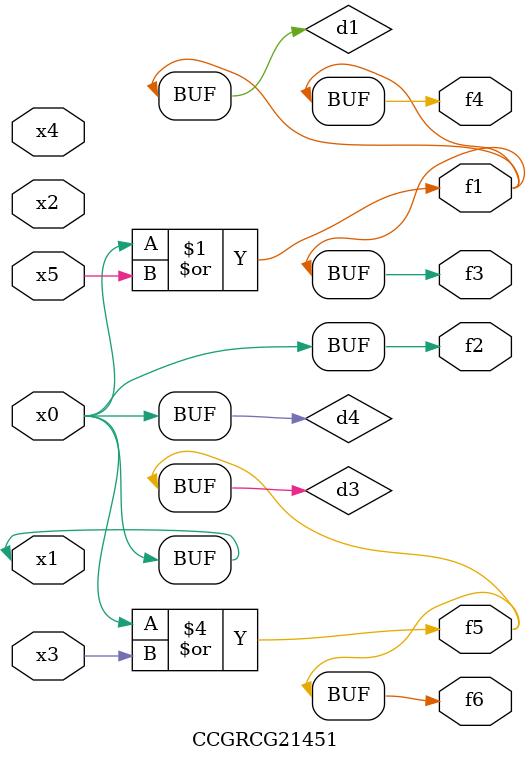
<source format=v>
module CCGRCG21451(
	input x0, x1, x2, x3, x4, x5,
	output f1, f2, f3, f4, f5, f6
);

	wire d1, d2, d3, d4;

	or (d1, x0, x5);
	xnor (d2, x1, x4);
	or (d3, x0, x3);
	buf (d4, x0, x1);
	assign f1 = d1;
	assign f2 = d4;
	assign f3 = d1;
	assign f4 = d1;
	assign f5 = d3;
	assign f6 = d3;
endmodule

</source>
